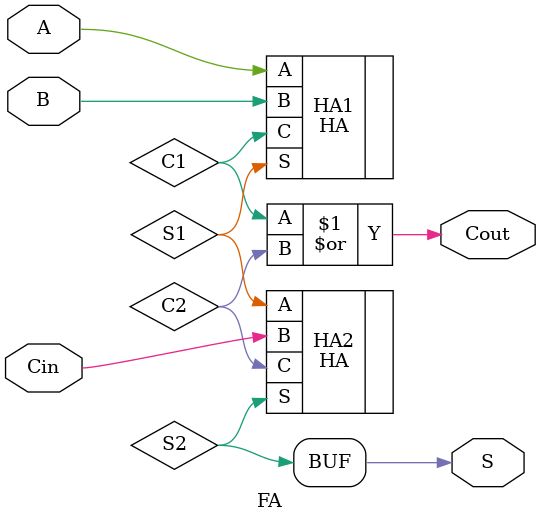
<source format=v>
module FA (
    input A, B, Cin,
    output S, Cout
);
    wire S1, S2, C1, C2;
       
    HA HA1 (.A(A), .B(B), .S(S1), .C(C1));
    HA HA2 (.A(S1), .B(Cin), .S(S2), .C(C2));

    assign S = S2;
    assign Cout = C1 | C2;
endmodule
</source>
